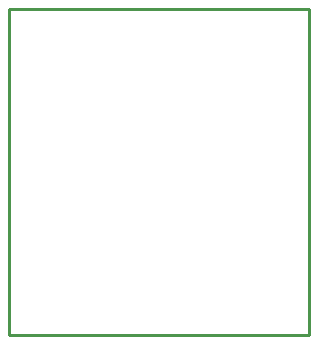
<source format=gbr>
G04 EAGLE Gerber RS-274X export*
G75*
%MOMM*%
%FSLAX34Y34*%
%LPD*%
%IN*%
%IPPOS*%
%AMOC8*
5,1,8,0,0,1.08239X$1,22.5*%
G01*
%ADD10C,0.254000*%


D10*
X0Y0D02*
X253800Y0D01*
X253800Y276100D01*
X0Y276100D01*
X0Y0D01*
M02*

</source>
